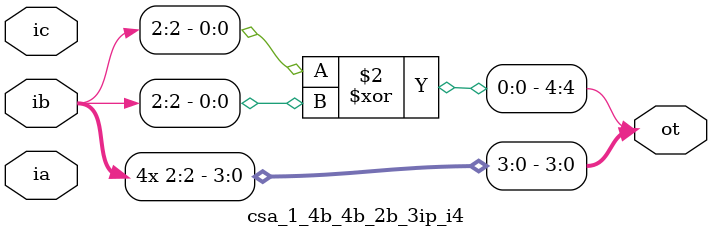
<source format=sv>
/*
CSA-1 for two 4-bits and one 2-bit input
*/
module csa_1_4b_4b_2b_3ip_i4(
	ia, 
	ib, 
	ic, 
	ot
);
	
	input	logic	[3:0]	ia;
	input	logic	[3:0]	ib;
	input	logic	[1:0]	ic;
	output	logic	[4:0]	ot;
	
	fa_nbit_interface	#(2)	csa1_fa_stg1();
	fa_nbit_interface	#(2)	csa1_fa_stg2();
	ha_nbit_interface	#(2)	csa1_ha_stg1();
	ha_nbit_interface	#(1)	csa1_ha_stg2();
	
	// fa_nbit	#(4)	csa1_fa_mod(csa1_fa);
	// ha_nbit	#(4)	csa1_ha_mod(csa1_ha);
	
	fa_nbit	#(2)	csa1_fa_mod_stg1(csa1_fa_stg1);
	fa_nbit	#(2)	csa1_fa_mod_stg2(csa1_fa_stg2);
	ha_nbit	#(2)	csa1_ha_mod_stg1(csa1_ha_stg1);
	ha_nbit	#(1)	csa1_ha_mod_stg2(csa1_ha_stg2);
	
	always_comb begin
		// Stage - 1 Inputs
		csa1_fa_stg1.a[1:0] = ia[1:0];
		csa1_fa_stg1.b[1:0] = ib[1:0];
		csa1_fa_stg1.c[1:0] = ic[1:0];
		
		csa1_ha_stg1.a[1:0] = ia[3:2];
		csa1_ha_stg1.b[1:0] = ib[3:2];
		
		// Stage - 2 Inputs from outputs of Stage-1
		csa1_ha_stg2.a[0] = csa1_fa_stg1.cout[0];
		csa1_ha_stg2.b[0] = csa1_fa_stg1.sum[1];
		
		csa1_fa_stg2.a[0] = csa1_ha_stg2.cout[0];
		csa1_fa_stg2.b[0] = csa1_fa_stg1.cout[1];
		csa1_fa_stg2.c[0] = csa1_ha_stg1.sum[0];
		
		csa1_fa_stg2.a[1] = csa1_fa_stg2.cout[0];
		csa1_fa_stg2.b[1] = csa1_ha_stg1.cout[0];
		csa1_fa_stg2.c[1] = csa1_ha_stg1.sum[1];
		
		//ot[4] = csa1_fa.cout[3] ^ csa1_ha.cout[1]
		ot[0] = csa1_fa_stg1.sum[0];
		ot[1] = csa1_ha_stg2.sum[0];
		ot[2] = csa1_fa_stg2.sum[0];
		ot[3] = csa1_fa_stg2.sum[1];
		ot[4] = csa1_fa_stg2.cout[1]^csa1_ha_stg1.cout[1];

	end
	
endmodule
</source>
